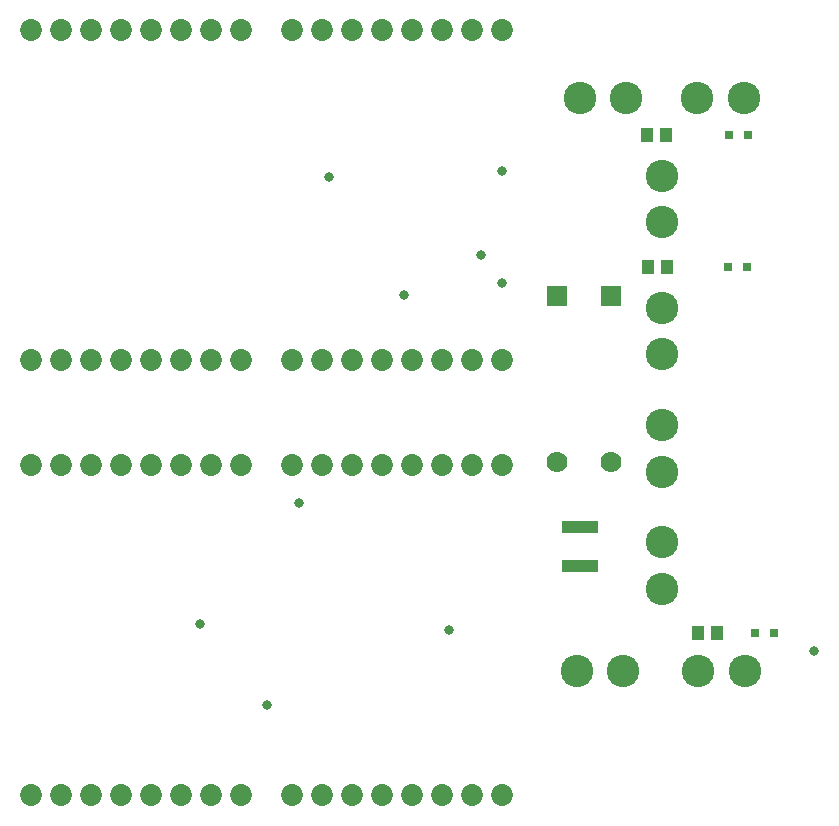
<source format=gts>
G04*
G04 #@! TF.GenerationSoftware,Altium Limited,Altium Designer,22.9.1 (49)*
G04*
G04 Layer_Color=8388736*
%FSLAX25Y25*%
%MOIN*%
G70*
G04*
G04 #@! TF.SameCoordinates,714AFEBF-1B90-43D1-B325-1FA160A26AE1*
G04*
G04*
G04 #@! TF.FilePolarity,Negative*
G04*
G01*
G75*
%ADD15R,0.03150X0.02953*%
%ADD17R,0.04343X0.04540*%
%ADD18R,0.11863X0.04068*%
%ADD19C,0.07296*%
%ADD20R,0.07001X0.07001*%
%ADD21C,0.07001*%
%ADD22C,0.10839*%
%ADD23C,0.03300*%
D15*
X259850Y196500D02*
D03*
X266150D02*
D03*
X260350Y240500D02*
D03*
X266650D02*
D03*
X275150Y74500D02*
D03*
X268850D02*
D03*
D17*
X256150D02*
D03*
X249850D02*
D03*
X239650Y196500D02*
D03*
X233350D02*
D03*
X232850Y240500D02*
D03*
X239150D02*
D03*
D18*
X210500Y110035D02*
D03*
Y96965D02*
D03*
D19*
X124500Y20500D02*
D03*
X184500Y130500D02*
D03*
X174500D02*
D03*
X164500D02*
D03*
X154500D02*
D03*
X144500D02*
D03*
X134500D02*
D03*
X124500D02*
D03*
X114500D02*
D03*
Y20500D02*
D03*
X184500D02*
D03*
X174500D02*
D03*
X164500D02*
D03*
X154500D02*
D03*
X144500D02*
D03*
X134500D02*
D03*
X124500Y165500D02*
D03*
X184500Y275500D02*
D03*
X174500D02*
D03*
X164500D02*
D03*
X154500D02*
D03*
X144500D02*
D03*
X134500D02*
D03*
X124500D02*
D03*
X114500D02*
D03*
Y165500D02*
D03*
X184500D02*
D03*
X174500D02*
D03*
X164500D02*
D03*
X154500D02*
D03*
X144500D02*
D03*
X134500D02*
D03*
X47500D02*
D03*
X57500D02*
D03*
X67500D02*
D03*
X77500D02*
D03*
X87500D02*
D03*
X97500D02*
D03*
X27500D02*
D03*
Y275500D02*
D03*
X37500D02*
D03*
X47500D02*
D03*
X57500D02*
D03*
X67500D02*
D03*
X77500D02*
D03*
X87500D02*
D03*
X97500D02*
D03*
X37500Y165500D02*
D03*
Y20500D02*
D03*
X97500Y130500D02*
D03*
X87500D02*
D03*
X77500D02*
D03*
X67500D02*
D03*
X57500D02*
D03*
X47500D02*
D03*
X37500D02*
D03*
X27500D02*
D03*
Y20500D02*
D03*
X97500D02*
D03*
X87500D02*
D03*
X77500D02*
D03*
X67500D02*
D03*
X57500D02*
D03*
X47500D02*
D03*
D20*
X203000Y187000D02*
D03*
X221000D02*
D03*
D21*
X203000Y131488D02*
D03*
X221000D02*
D03*
D22*
X238000Y227091D02*
D03*
Y211500D02*
D03*
Y144000D02*
D03*
Y128409D02*
D03*
X249500Y253000D02*
D03*
X265090D02*
D03*
X210409D02*
D03*
X226000D02*
D03*
X238000Y105000D02*
D03*
Y89410D02*
D03*
X209409Y62000D02*
D03*
X225000D02*
D03*
X250000D02*
D03*
X265591D02*
D03*
X238000Y167500D02*
D03*
Y183091D02*
D03*
D23*
X167000Y75500D02*
D03*
X184500Y228500D02*
D03*
X288500Y68500D02*
D03*
X106250Y50488D02*
D03*
X84000Y77500D02*
D03*
X117000Y118000D02*
D03*
X151750Y187250D02*
D03*
X184500Y191150D02*
D03*
X177500Y200500D02*
D03*
X126804Y226500D02*
D03*
M02*

</source>
